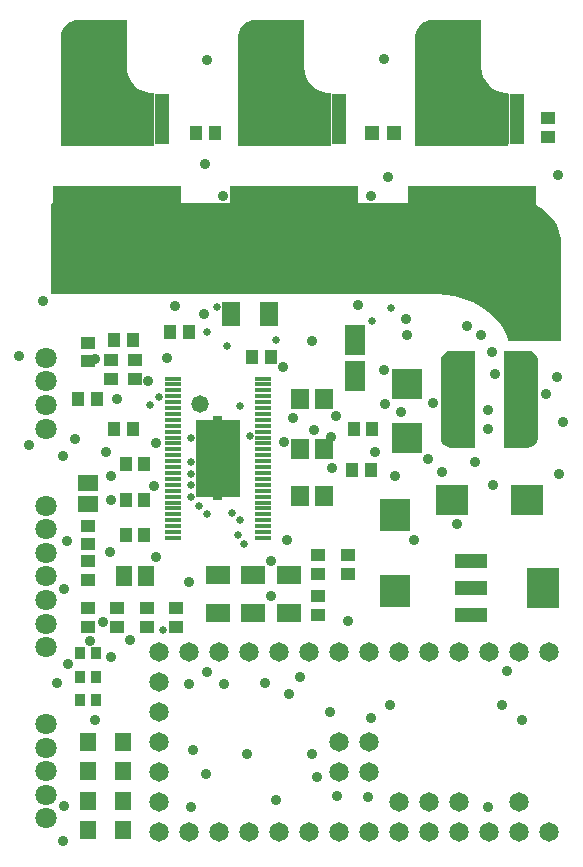
<source format=gts>
G04 Layer_Color=8388736*
%FSAX44Y44*%
%MOMM*%
G71*
G01*
G75*
%ADD43R,1.1516X4.2516*%
%ADD44R,10.8032X9.0032*%
%ADD45R,2.7032X1.2032*%
%ADD46R,2.7032X3.5032*%
%ADD47R,1.2032X1.1032*%
%ADD48R,1.3032X1.3032*%
%ADD49R,1.1032X1.2032*%
G04:AMPARAMS|DCode=50|XSize=2.9032mm|YSize=8.2032mm|CornerRadius=1.4516mm|HoleSize=0mm|Usage=FLASHONLY|Rotation=0.000|XOffset=0mm|YOffset=0mm|HoleType=Round|Shape=RoundedRectangle|*
%AMROUNDEDRECTD50*
21,1,2.9032,5.3000,0,0,0.0*
21,1,0.0000,8.2032,0,0,0.0*
1,1,2.9032,0.0000,-2.6500*
1,1,2.9032,0.0000,-2.6500*
1,1,2.9032,0.0000,2.6500*
1,1,2.9032,0.0000,2.6500*
%
%ADD50ROUNDEDRECTD50*%
%ADD51R,1.4224X1.6256*%
%ADD52R,1.7532X2.6032*%
%ADD53R,2.5032X2.5032*%
%ADD54R,0.9032X1.1032*%
%ADD55R,2.8032X2.6032*%
%ADD56R,1.3532X1.6532*%
%ADD57R,1.6532X1.3532*%
%ADD58R,2.1032X1.5532*%
%ADD59R,1.5532X1.7532*%
%ADD60R,2.6032X2.8032*%
%ADD61R,1.5532X2.1032*%
%ADD62R,1.3716X0.4064*%
%ADD63C,1.6510*%
%ADD64C,1.8034*%
%ADD65C,0.9144*%
%ADD66C,0.6604*%
%ADD67C,1.4732*%
%ADD68C,0.7112*%
G36*
X00784000Y00852385D02*
X00798685D01*
Y00849559D01*
Y00845559D01*
Y00841685D01*
Y00837685D01*
Y00833811D01*
Y00829811D01*
Y00825937D01*
Y00821937D01*
Y00818063D01*
Y00814063D01*
Y00810189D01*
Y00806189D01*
Y00802315D01*
Y00798315D01*
Y00794441D01*
Y00787615D01*
X00784000D01*
Y00784450D01*
X00776000D01*
Y00787615D01*
X00761315D01*
Y00794441D01*
Y00798315D01*
Y00802315D01*
Y00806189D01*
Y00810189D01*
Y00814063D01*
Y00818063D01*
Y00821937D01*
Y00825937D01*
Y00829811D01*
Y00833811D01*
Y00837685D01*
Y00841685D01*
Y00845559D01*
Y00849559D01*
Y00852385D01*
X00776000D01*
Y00855550D01*
X00784000D01*
Y00852385D01*
D02*
G37*
%LPC*%
G36*
X00785937Y00810189D02*
X00781937D01*
Y00806189D01*
X00785937D01*
Y00810189D01*
D02*
G37*
G36*
X00778063D02*
X00774063D01*
Y00806189D01*
X00778063D01*
Y00810189D01*
D02*
G37*
G36*
X00770189D02*
X00766189D01*
Y00806189D01*
X00770189D01*
Y00810189D01*
D02*
G37*
G36*
X00793811D02*
X00789811D01*
Y00806189D01*
X00793811D01*
Y00810189D01*
D02*
G37*
G36*
X00785937Y00818063D02*
X00781937D01*
Y00814063D01*
X00785937D01*
Y00818063D01*
D02*
G37*
G36*
X00778063D02*
X00774063D01*
Y00814063D01*
X00778063D01*
Y00818063D01*
D02*
G37*
G36*
X00770189D02*
X00766189D01*
Y00814063D01*
X00770189D01*
Y00818063D01*
D02*
G37*
G36*
X00793811Y00802315D02*
X00789811D01*
Y00798315D01*
X00793811D01*
Y00802315D01*
D02*
G37*
G36*
X00785937Y00794441D02*
X00781937D01*
Y00790441D01*
X00785937D01*
Y00794441D01*
D02*
G37*
G36*
X00778063D02*
X00774063D01*
Y00790441D01*
X00778063D01*
Y00794441D01*
D02*
G37*
G36*
X00770189D02*
X00766189D01*
Y00790441D01*
X00770189D01*
Y00794441D01*
D02*
G37*
G36*
X00793811D02*
X00789811D01*
Y00790441D01*
X00793811D01*
Y00794441D01*
D02*
G37*
G36*
X00785937Y00802315D02*
X00781937D01*
Y00798315D01*
X00785937D01*
Y00802315D01*
D02*
G37*
G36*
X00778063D02*
X00774063D01*
Y00798315D01*
X00778063D01*
Y00802315D01*
D02*
G37*
G36*
X00770189D02*
X00766189D01*
Y00798315D01*
X00770189D01*
Y00802315D01*
D02*
G37*
G36*
X00793811Y00818063D02*
X00789811D01*
Y00814063D01*
X00793811D01*
Y00818063D01*
D02*
G37*
G36*
X00785937Y00841685D02*
X00781937D01*
Y00837685D01*
X00785937D01*
Y00841685D01*
D02*
G37*
G36*
X00793811D02*
X00789811D01*
Y00837685D01*
X00793811D01*
Y00841685D01*
D02*
G37*
G36*
X00770189D02*
X00766189D01*
Y00837685D01*
X00770189D01*
Y00841685D01*
D02*
G37*
G36*
X00778063D02*
X00774063D01*
Y00837685D01*
X00778063D01*
Y00841685D01*
D02*
G37*
G36*
X00785937Y00849559D02*
X00781937D01*
Y00845559D01*
X00785937D01*
Y00849559D01*
D02*
G37*
G36*
X00793811D02*
X00789811D01*
Y00845559D01*
X00793811D01*
Y00849559D01*
D02*
G37*
G36*
X00770189D02*
X00766189D01*
Y00845559D01*
X00770189D01*
Y00849559D01*
D02*
G37*
G36*
X00778063D02*
X00774063D01*
Y00845559D01*
X00778063D01*
Y00849559D01*
D02*
G37*
G36*
X00785937Y00825937D02*
X00781937D01*
Y00821937D01*
X00785937D01*
Y00825937D01*
D02*
G37*
G36*
X00793811D02*
X00789811D01*
Y00821937D01*
X00793811D01*
Y00825937D01*
D02*
G37*
G36*
X00770189D02*
X00766189D01*
Y00821937D01*
X00770189D01*
Y00825937D01*
D02*
G37*
G36*
X00778063D02*
X00774063D01*
Y00821937D01*
X00778063D01*
Y00825937D01*
D02*
G37*
G36*
X00785937Y00833811D02*
X00781937D01*
Y00829811D01*
X00785937D01*
Y00833811D01*
D02*
G37*
G36*
X00793811D02*
X00789811D01*
Y00829811D01*
X00793811D01*
Y00833811D01*
D02*
G37*
G36*
X00770189D02*
X00766189D01*
Y00829811D01*
X00770189D01*
Y00833811D01*
D02*
G37*
G36*
X00778063D02*
X00774063D01*
Y00829811D01*
X00778063D01*
Y00833811D01*
D02*
G37*
%LPD*%
G36*
X01045035Y01036015D02*
X01045070Y01036015D01*
X01045101Y01036011D01*
X01045133Y01036009D01*
X01045167Y01036002D01*
X01045201Y01035998D01*
X01045232Y01035989D01*
X01045263Y01035983D01*
X01045296Y01035972D01*
X01045330Y01035963D01*
X01047943Y01035067D01*
X01047968Y01035056D01*
X01047994Y01035048D01*
X01048029Y01035031D01*
X01048065Y01035016D01*
X01048089Y01035002D01*
X01048114Y01034990D01*
X01055317Y01030912D01*
X01055343Y01030895D01*
X01055370Y01030880D01*
X01055399Y01030858D01*
X01055428Y01030839D01*
X01055452Y01030818D01*
X01055477Y01030800D01*
X01059905Y01027018D01*
X01059915Y01027008D01*
X01059925Y01027000D01*
X01059962Y01026962D01*
X01060001Y01026925D01*
X01060009Y01026914D01*
X01060018Y01026905D01*
X01063800Y01022476D01*
X01063808Y01022465D01*
X01063818Y01022456D01*
X01063848Y01022412D01*
X01063880Y01022370D01*
X01063887Y01022358D01*
X01063894Y01022347D01*
X01066937Y01017381D01*
X01066943Y01017370D01*
X01066951Y01017358D01*
X01066975Y01017310D01*
X01066999Y01017263D01*
X01067004Y01017251D01*
X01067010Y01017239D01*
X01069239Y01011858D01*
X01069243Y01011846D01*
X01069248Y01011834D01*
X01069264Y01011783D01*
X01069281Y01011732D01*
X01069284Y01011719D01*
X01069288Y01011706D01*
X01070647Y01006044D01*
X01070650Y01006031D01*
X01070653Y01006018D01*
X01070661Y01005965D01*
X01070670Y01005912D01*
X01070670Y01005899D01*
X01070672Y01005886D01*
X01071015Y01001534D01*
X01071015Y01001494D01*
X01071018Y01001454D01*
Y01000000D01*
X01071018Y01000000D01*
X01071018Y00920000D01*
X01071009Y00919867D01*
X01070983Y00919736D01*
X01070941Y00919610D01*
X01070882Y00919491D01*
X01070808Y00919380D01*
X01070720Y00919280D01*
X01070620Y00919192D01*
X01070509Y00919118D01*
X01070390Y00919059D01*
X01070264Y00919016D01*
X01070133Y00918990D01*
X01070000Y00918982D01*
X01026782D01*
X01026778Y00918982D01*
X01026775Y00918982D01*
X01026711Y00918987D01*
X01026649Y00918990D01*
X01026646Y00918991D01*
X01026642Y00918991D01*
X01026579Y00919005D01*
X01026518Y00919016D01*
X01026515Y00919018D01*
X01026512Y00919018D01*
X01026453Y00919038D01*
X01026392Y00919059D01*
X01026389Y00919061D01*
X01026386Y00919062D01*
X01026331Y00919090D01*
X01026273Y00919118D01*
X01026270Y00919120D01*
X01026267Y00919122D01*
X01026214Y00919158D01*
X01026162Y00919192D01*
X01026160Y00919194D01*
X01026157Y00919196D01*
X01026109Y00919239D01*
X01026062Y00919280D01*
X01026060Y00919283D01*
X01026057Y00919285D01*
X01026016Y00919332D01*
X01025974Y00919380D01*
X01025972Y00919383D01*
X01025970Y00919386D01*
X01025935Y00919440D01*
X01025900Y00919491D01*
X01025899Y00919494D01*
X01025897Y00919497D01*
X01025869Y00919554D01*
X01025841Y00919610D01*
X01025840Y00919614D01*
X01025839Y00919617D01*
X01025819Y00919676D01*
X01025798Y00919736D01*
X01025798Y00919740D01*
X01025797Y00919743D01*
X01025438Y00921121D01*
X01024067Y00925175D01*
X01021669Y00930037D01*
X01018659Y00934542D01*
X01015458Y00938158D01*
X01014298Y00939263D01*
X01014298Y00939263D01*
D01*
X01011716Y00941722D01*
X01003081Y00948126D01*
X00996064Y00952004D01*
X00988647Y00955076D01*
X00980933Y00957299D01*
X00973018Y00958644D01*
X00967006Y00958981D01*
X00965000Y00958981D01*
X00965000D01*
X00965000D01*
X00640000Y00958982D01*
X00639867Y00958990D01*
X00639737Y00959016D01*
X00639610Y00959059D01*
X00639491Y00959118D01*
X00639380Y00959192D01*
X00639280Y00959280D01*
X00639192Y00959380D01*
X00639118Y00959491D01*
X00639059Y00959610D01*
X00639016Y00959736D01*
X00638991Y00959867D01*
X00638982Y00960000D01*
Y01034270D01*
Y01034415D01*
D01*
Y01034415D01*
X00638991Y01034548D01*
X00639016Y01034679D01*
X00639031Y01034721D01*
X00639059Y01034805D01*
X00639059Y01034805D01*
X00639230Y01035218D01*
X00639230Y01035218D01*
X00639289Y01035337D01*
D01*
X00639290Y01035338D01*
X00639363Y01035448D01*
X00639439Y01035534D01*
X00639451Y01035548D01*
X00639451D01*
Y01035548D01*
X00639465Y01035561D01*
X00639551Y01035636D01*
X00639662Y01035710D01*
X00639662Y01035710D01*
D01*
X00639782Y01035769D01*
X00639782Y01035769D01*
X00640195Y01035940D01*
X00640195Y01035940D01*
X00640278Y01035968D01*
X00640321Y01035983D01*
X00640452Y01036009D01*
X00640584Y01036018D01*
X00640584D01*
D01*
X01045000D01*
X01045035Y01036015D01*
D02*
G37*
G36*
X00997133Y00911010D02*
X00997263Y00910984D01*
X00997390Y00910941D01*
X00997509Y00910882D01*
X00997620Y00910808D01*
X00997720Y00910720D01*
X00997808Y00910620D01*
X00997882Y00910509D01*
X00997941Y00910390D01*
X00997983Y00910264D01*
X00998009Y00910133D01*
X00998018Y00910000D01*
Y00830000D01*
X00998009Y00829867D01*
X00997983Y00829736D01*
X00997941Y00829610D01*
X00997882Y00829491D01*
X00997808Y00829380D01*
X00997720Y00829280D01*
X00997620Y00829192D01*
X00997509Y00829118D01*
X00997390Y00829059D01*
X00997263Y00829016D01*
X00997133Y00828990D01*
X00997000Y00828982D01*
X00977008D01*
X00976876Y00828990D01*
X00975409Y00829184D01*
X00975279Y00829210D01*
X00975153Y00829252D01*
X00973328Y00830008D01*
X00973208Y00830067D01*
X00973098Y00830141D01*
X00971531Y00831343D01*
X00971431Y00831431D01*
Y00831431D01*
X00971431D01*
X00971343Y00831531D01*
X00970141Y00833098D01*
X00970067Y00833209D01*
X00970037Y00833269D01*
X00970008Y00833328D01*
X00969252Y00835152D01*
X00969252Y00835153D01*
X00969224Y00835236D01*
X00969210Y00835279D01*
X00969184Y00835409D01*
Y00835409D01*
X00968990Y00836876D01*
X00968982Y00837008D01*
Y00837500D01*
Y00902500D01*
Y00902992D01*
X00968990Y00903124D01*
X00969184Y00904591D01*
X00969210Y00904722D01*
X00969252Y00904848D01*
X00970008Y00906672D01*
X00970067Y00906792D01*
X00970141Y00906902D01*
X00971343Y00908469D01*
X00971431Y00908569D01*
X00971531Y00908657D01*
X00971531Y00908657D01*
X00973098Y00909859D01*
X00973153Y00909896D01*
X00973208Y00909933D01*
X00973328Y00909992D01*
X00975152Y00910748D01*
X00975278Y00910790D01*
X00975409Y00910816D01*
X00976876Y00911010D01*
X00977008Y00911018D01*
X00977008D01*
X00977009D01*
X00977500Y00911018D01*
X00977500Y00911018D01*
X00997000D01*
X00997133Y00911010D01*
D02*
G37*
G36*
X01043124D02*
X01044591Y00910816D01*
X01044721Y00910790D01*
X01044847Y00910748D01*
X01046672Y00909992D01*
X01046792Y00909933D01*
X01046847Y00909896D01*
X01046902Y00909859D01*
X01048469Y00908657D01*
X01048569Y00908569D01*
X01048657Y00908469D01*
X01049859Y00906902D01*
X01049933Y00906792D01*
X01049992Y00906672D01*
X01050748Y00904847D01*
X01050790Y00904721D01*
X01050816Y00904591D01*
X01051010Y00903124D01*
X01051018Y00902992D01*
Y00902500D01*
Y00837500D01*
Y00837008D01*
X01051010Y00836876D01*
X01050816Y00835409D01*
Y00835409D01*
X01050790Y00835279D01*
X01050776Y00835236D01*
X01050748Y00835153D01*
X01050748Y00835152D01*
X01049992Y00833328D01*
X01049963Y00833269D01*
X01049933Y00833209D01*
X01049859Y00833098D01*
X01048657Y00831531D01*
X01048569Y00831431D01*
X01048569D01*
Y00831431D01*
X01048469Y00831343D01*
X01046902Y00830141D01*
X01046792Y00830067D01*
X01046672Y00830008D01*
X01044847Y00829252D01*
X01044721Y00829210D01*
X01044591Y00829184D01*
X01043124Y00828990D01*
X01042992Y00828982D01*
X01023000D01*
X01022867Y00828990D01*
X01022737Y00829016D01*
X01022610Y00829059D01*
X01022491Y00829118D01*
X01022380Y00829192D01*
X01022280Y00829280D01*
X01022192Y00829380D01*
X01022118Y00829491D01*
X01022059Y00829610D01*
X01022017Y00829736D01*
X01021991Y00829867D01*
X01021982Y00830000D01*
Y00910000D01*
X01021991Y00910133D01*
X01022017Y00910264D01*
X01022059Y00910390D01*
X01022118Y00910509D01*
X01022192Y00910620D01*
X01022280Y00910720D01*
X01022380Y00910808D01*
X01022491Y00910882D01*
X01022610Y00910941D01*
X01022737Y00910984D01*
X01022867Y00911010D01*
X01023000Y00911018D01*
X01042992D01*
X01043124Y00911010D01*
D02*
G37*
G36*
X01002317Y01191010D02*
X01002447Y01190984D01*
X01002573Y01190941D01*
X01002693Y01190882D01*
X01002804Y01190808D01*
X01002904Y01190720D01*
X01002991Y01190620D01*
X01003065Y01190509D01*
X01003124Y01190390D01*
X01003167Y01190264D01*
X01003193Y01190133D01*
X01003202Y01190000D01*
Y01151252D01*
Y01150181D01*
X01003517Y01146979D01*
X01004764Y01142870D01*
X01006788Y01139083D01*
X01009512Y01135764D01*
X01012831Y01133040D01*
X01016596Y01131028D01*
X01022878Y01129454D01*
X01025000D01*
X01025133Y01129445D01*
X01025264Y01129419D01*
X01025390Y01129376D01*
X01025509Y01129317D01*
X01025620Y01129243D01*
X01025720Y01129156D01*
X01025808Y01129055D01*
X01025882Y01128945D01*
X01025941Y01128825D01*
X01025984Y01128699D01*
X01026010Y01128569D01*
X01026018Y01128436D01*
Y01085000D01*
X01026010Y01084867D01*
X01025984Y01084736D01*
X01025941Y01084610D01*
X01025882Y01084491D01*
X01025808Y01084380D01*
X01025720Y01084280D01*
X01025620Y01084192D01*
X01025509Y01084118D01*
X01025390Y01084059D01*
X01025264Y01084016D01*
X01025133Y01083990D01*
X01025000Y01083982D01*
X00948303D01*
X00948170Y01083990D01*
X00948039Y01084016D01*
X00947913Y01084059D01*
X00947794Y01084118D01*
X00947683Y01084192D01*
X00947583Y01084280D01*
X00947495Y01084380D01*
X00947421Y01084491D01*
X00947362Y01084610D01*
X00947319Y01084736D01*
X00947293Y01084867D01*
X00947285Y01085000D01*
Y01176232D01*
Y01177134D01*
X00947293Y01177267D01*
X00947648Y01179959D01*
X00947674Y01180090D01*
X00947717Y01180216D01*
X00949104Y01183565D01*
X00949163Y01183684D01*
X00949187Y01183721D01*
X00949237Y01183795D01*
X00951444Y01186671D01*
X00951532Y01186771D01*
X00951632Y01186859D01*
X00954508Y01189066D01*
X00954619Y01189140D01*
X00954738Y01189199D01*
X00958087Y01190586D01*
X00958087Y01190586D01*
X00958170Y01190615D01*
X00958213Y01190629D01*
X00958344Y01190655D01*
X00958344D01*
X00961036Y01191010D01*
X00961169Y01191018D01*
X00961169D01*
D01*
X01002184D01*
X01002317Y01191010D01*
D02*
G37*
G36*
X00852317D02*
X00852447Y01190984D01*
X00852573Y01190941D01*
X00852693Y01190882D01*
X00852804Y01190808D01*
X00852904Y01190720D01*
X00852991Y01190620D01*
X00853065Y01190509D01*
X00853124Y01190390D01*
X00853167Y01190264D01*
X00853193Y01190133D01*
X00853202Y01190000D01*
Y01151252D01*
Y01150181D01*
X00853517Y01146979D01*
X00854764Y01142870D01*
X00856788Y01139083D01*
X00859512Y01135764D01*
X00862831Y01133040D01*
X00866596Y01131028D01*
X00872878Y01129454D01*
X00875000D01*
X00875133Y01129445D01*
X00875264Y01129419D01*
X00875390Y01129376D01*
X00875509Y01129317D01*
X00875620Y01129243D01*
X00875720Y01129156D01*
X00875808Y01129055D01*
X00875882Y01128945D01*
X00875941Y01128825D01*
X00875984Y01128699D01*
X00876010Y01128569D01*
X00876018Y01128436D01*
Y01085000D01*
X00876010Y01084867D01*
X00875984Y01084736D01*
X00875941Y01084610D01*
X00875882Y01084491D01*
X00875808Y01084380D01*
X00875720Y01084280D01*
X00875620Y01084192D01*
X00875509Y01084118D01*
X00875390Y01084059D01*
X00875264Y01084016D01*
X00875133Y01083990D01*
X00875000Y01083982D01*
X00798303D01*
X00798170Y01083990D01*
X00798039Y01084016D01*
X00797913Y01084059D01*
X00797794Y01084118D01*
X00797683Y01084192D01*
X00797583Y01084280D01*
X00797495Y01084380D01*
X00797421Y01084491D01*
X00797362Y01084610D01*
X00797319Y01084736D01*
X00797293Y01084867D01*
X00797285Y01085000D01*
Y01176232D01*
Y01177134D01*
X00797293Y01177267D01*
X00797648Y01179959D01*
X00797674Y01180090D01*
X00797717Y01180216D01*
X00799104Y01183565D01*
X00799163Y01183684D01*
X00799187Y01183721D01*
X00799237Y01183795D01*
X00801444Y01186671D01*
X00801532Y01186771D01*
X00801632Y01186859D01*
X00804508Y01189066D01*
X00804619Y01189140D01*
X00804738Y01189199D01*
X00808087Y01190586D01*
X00808087Y01190586D01*
X00808170Y01190615D01*
X00808213Y01190629D01*
X00808344Y01190655D01*
X00808344D01*
X00811036Y01191010D01*
X00811169Y01191018D01*
X00811169D01*
D01*
X00852184D01*
X00852317Y01191010D01*
D02*
G37*
G36*
X00702317D02*
X00702447Y01190984D01*
X00702573Y01190941D01*
X00702693Y01190882D01*
X00702804Y01190808D01*
X00702904Y01190720D01*
X00702991Y01190620D01*
X00703065Y01190509D01*
X00703124Y01190390D01*
X00703167Y01190264D01*
X00703193Y01190133D01*
X00703202Y01190000D01*
Y01151252D01*
Y01150181D01*
X00703517Y01146979D01*
X00704764Y01142870D01*
X00706788Y01139083D01*
X00709512Y01135764D01*
X00712831Y01133040D01*
X00716596Y01131028D01*
X00722878Y01129454D01*
X00725000D01*
X00725133Y01129445D01*
X00725264Y01129419D01*
X00725390Y01129376D01*
X00725509Y01129317D01*
X00725620Y01129243D01*
X00725720Y01129156D01*
X00725808Y01129055D01*
X00725882Y01128945D01*
X00725941Y01128825D01*
X00725984Y01128699D01*
X00726010Y01128569D01*
X00726018Y01128436D01*
Y01085000D01*
X00726010Y01084867D01*
X00725984Y01084736D01*
X00725941Y01084610D01*
X00725882Y01084491D01*
X00725808Y01084380D01*
X00725720Y01084280D01*
X00725620Y01084192D01*
X00725509Y01084118D01*
X00725390Y01084059D01*
X00725264Y01084016D01*
X00725133Y01083990D01*
X00725000Y01083982D01*
X00648303D01*
X00648170Y01083990D01*
X00648039Y01084016D01*
X00647913Y01084059D01*
X00647794Y01084118D01*
X00647683Y01084192D01*
X00647583Y01084280D01*
X00647495Y01084380D01*
X00647421Y01084491D01*
X00647362Y01084610D01*
X00647319Y01084736D01*
X00647293Y01084867D01*
X00647285Y01085000D01*
Y01176232D01*
Y01177134D01*
X00647293Y01177267D01*
X00647648Y01179959D01*
X00647674Y01180090D01*
X00647717Y01180216D01*
X00649104Y01183565D01*
X00649163Y01183684D01*
X00649187Y01183721D01*
X00649237Y01183795D01*
X00651444Y01186671D01*
X00651532Y01186771D01*
X00651632Y01186859D01*
X00654508Y01189066D01*
X00654619Y01189140D01*
X00654738Y01189199D01*
X00658087Y01190586D01*
X00658087Y01190586D01*
X00658170Y01190615D01*
X00658213Y01190629D01*
X00658344Y01190655D01*
X00658344D01*
X00661036Y01191010D01*
X00661169Y01191018D01*
X00661169D01*
D01*
X00702184D01*
X00702317Y01191010D01*
D02*
G37*
D43*
X01033100Y01107500D02*
D03*
X01020400D02*
D03*
X01007700D02*
D03*
X00982300D02*
D03*
X00969600D02*
D03*
X00956900D02*
D03*
X00883100Y01107500D02*
D03*
X00870400D02*
D03*
X00857700D02*
D03*
X00832300D02*
D03*
X00819600D02*
D03*
X00806900D02*
D03*
X00733100D02*
D03*
X00720400D02*
D03*
X00707700D02*
D03*
X00682300D02*
D03*
X00669600D02*
D03*
X00656900D02*
D03*
D44*
X00995000Y01005500D02*
D03*
X00845000Y01005500D02*
D03*
X00695000D02*
D03*
D45*
X00994500Y00687000D02*
D03*
Y00733000D02*
D03*
Y00710000D02*
D03*
D46*
X01055500D02*
D03*
D47*
X00745000Y00677000D02*
D03*
Y00693000D02*
D03*
X00720000Y00677000D02*
D03*
Y00693000D02*
D03*
X00695000Y00677000D02*
D03*
Y00693000D02*
D03*
X00670000Y00677000D02*
D03*
Y00693000D02*
D03*
X01060000Y01108000D02*
D03*
Y01092000D02*
D03*
X00670000Y00717000D02*
D03*
Y00733000D02*
D03*
X00670000Y00747000D02*
D03*
Y00763000D02*
D03*
X00710000Y00887000D02*
D03*
Y00903000D02*
D03*
X00690000Y00887000D02*
D03*
Y00903000D02*
D03*
X00865000Y00703000D02*
D03*
Y00687000D02*
D03*
X00670000Y00918000D02*
D03*
Y00902000D02*
D03*
X00865000Y00722000D02*
D03*
Y00738000D02*
D03*
X00890000Y00722000D02*
D03*
Y00738000D02*
D03*
D48*
X00911000Y01095000D02*
D03*
X00929000D02*
D03*
D49*
X00762000Y01095000D02*
D03*
X00778000D02*
D03*
X00692000Y00845000D02*
D03*
X00708000D02*
D03*
X00662000Y00870000D02*
D03*
X00678000D02*
D03*
X00756000Y00927000D02*
D03*
X00740000D02*
D03*
X00894000Y00810000D02*
D03*
X00910000D02*
D03*
X00718000Y00755000D02*
D03*
X00702000D02*
D03*
X00718000Y00785000D02*
D03*
X00702000D02*
D03*
X00718000Y00815000D02*
D03*
X00702000D02*
D03*
X00708000Y00920000D02*
D03*
X00692000D02*
D03*
X00809000Y00906000D02*
D03*
X00825000D02*
D03*
X00911000Y00845000D02*
D03*
X00895000D02*
D03*
D50*
X01036500Y00870000D02*
D03*
X00983500D02*
D03*
D51*
X00700000Y00505000D02*
D03*
X00669760D02*
D03*
X00700000Y00530000D02*
D03*
X00669760D02*
D03*
X00700000Y00555000D02*
D03*
X00669760D02*
D03*
X00700000Y00580000D02*
D03*
X00669760D02*
D03*
D52*
X00896000Y00889750D02*
D03*
Y00920250D02*
D03*
D53*
X00940000Y00837500D02*
D03*
Y00882500D02*
D03*
D54*
X00677000Y00615000D02*
D03*
X00663000D02*
D03*
X00677000Y00635000D02*
D03*
X00663000D02*
D03*
X00677000Y00655000D02*
D03*
X00663000D02*
D03*
D55*
X01042020Y00784930D02*
D03*
X00978020D02*
D03*
D56*
X00701000Y00720000D02*
D03*
X00719000D02*
D03*
D57*
X00670000Y00799000D02*
D03*
Y00781000D02*
D03*
D58*
X00780000Y00721000D02*
D03*
Y00689000D02*
D03*
X00810000Y00721000D02*
D03*
Y00689000D02*
D03*
X00840000Y00721000D02*
D03*
Y00689000D02*
D03*
D59*
X00870000Y00787710D02*
D03*
X00850000D02*
D03*
X00850000Y00828000D02*
D03*
X00870000D02*
D03*
X00850000Y00870000D02*
D03*
X00870000D02*
D03*
D60*
X00929930Y00707980D02*
D03*
Y00771980D02*
D03*
D61*
X00823000Y00942000D02*
D03*
X00791000D02*
D03*
D62*
X00741773Y00887500D02*
D03*
Y00882500D02*
D03*
Y00877500D02*
D03*
Y00872500D02*
D03*
Y00867500D02*
D03*
Y00862500D02*
D03*
Y00857500D02*
D03*
Y00852500D02*
D03*
Y00847500D02*
D03*
Y00842500D02*
D03*
Y00837500D02*
D03*
Y00832500D02*
D03*
Y00827500D02*
D03*
Y00822500D02*
D03*
Y00817500D02*
D03*
Y00812500D02*
D03*
Y00807500D02*
D03*
Y00802500D02*
D03*
Y00797500D02*
D03*
Y00792500D02*
D03*
Y00787500D02*
D03*
Y00782500D02*
D03*
Y00777500D02*
D03*
Y00772500D02*
D03*
Y00767500D02*
D03*
Y00762500D02*
D03*
Y00757500D02*
D03*
Y00752500D02*
D03*
X00818227D02*
D03*
Y00757500D02*
D03*
Y00762500D02*
D03*
Y00767500D02*
D03*
Y00772500D02*
D03*
Y00777500D02*
D03*
Y00782500D02*
D03*
Y00787500D02*
D03*
Y00792500D02*
D03*
Y00797500D02*
D03*
Y00802500D02*
D03*
Y00807500D02*
D03*
Y00812500D02*
D03*
Y00817500D02*
D03*
Y00822500D02*
D03*
Y00827500D02*
D03*
Y00832500D02*
D03*
Y00837500D02*
D03*
Y00842500D02*
D03*
Y00847500D02*
D03*
Y00852500D02*
D03*
Y00857500D02*
D03*
Y00862500D02*
D03*
Y00867500D02*
D03*
Y00872500D02*
D03*
Y00877500D02*
D03*
Y00882500D02*
D03*
Y00887500D02*
D03*
D63*
X00729900Y00554600D02*
D03*
X01060100Y00503800D02*
D03*
X00729900Y00529200D02*
D03*
X00907700Y00580000D02*
D03*
X00882300D02*
D03*
X00907700Y00554600D02*
D03*
X00882300D02*
D03*
X00933100Y00529200D02*
D03*
X00958500D02*
D03*
X00983900D02*
D03*
X01034700D02*
D03*
Y00503800D02*
D03*
X01009300D02*
D03*
X00983900D02*
D03*
X00958500D02*
D03*
X00933100D02*
D03*
X00907700D02*
D03*
X00882300D02*
D03*
X00856900D02*
D03*
X00831500D02*
D03*
X00806100D02*
D03*
X00780700D02*
D03*
X00755300D02*
D03*
X00729900D02*
D03*
Y00580000D02*
D03*
Y00605400D02*
D03*
Y00630800D02*
D03*
Y00656200D02*
D03*
X00755300D02*
D03*
X00780700D02*
D03*
X00806100D02*
D03*
X00831500D02*
D03*
X00856900D02*
D03*
X00882300D02*
D03*
X00907700D02*
D03*
X00933100D02*
D03*
X00958500D02*
D03*
X00983900D02*
D03*
X01009300D02*
D03*
X01034700D02*
D03*
X01060100D02*
D03*
D64*
X00635000Y00905066D02*
D03*
Y00885000D02*
D03*
Y00865000D02*
D03*
Y00845000D02*
D03*
Y00660000D02*
D03*
Y00680000D02*
D03*
Y00700000D02*
D03*
Y00780000D02*
D03*
Y00720066D02*
D03*
Y00740132D02*
D03*
Y00760000D02*
D03*
Y00535000D02*
D03*
Y00575066D02*
D03*
Y00595132D02*
D03*
Y00515000D02*
D03*
Y00555000D02*
D03*
D65*
X00727999Y00832999D02*
D03*
X00721000Y00885000D02*
D03*
X00676000Y00904000D02*
D03*
X00649000Y00822000D02*
D03*
X00726447Y00796447D02*
D03*
X00652999Y00645999D02*
D03*
X00695000Y00870000D02*
D03*
X00990998Y00931998D02*
D03*
X00757000Y00525000D02*
D03*
X00770999Y00638999D02*
D03*
X00785000Y00629000D02*
D03*
X00755999Y00628999D02*
D03*
X00769998Y00552999D02*
D03*
X00759000Y00573000D02*
D03*
X00755999Y00714999D02*
D03*
X00825000Y00733000D02*
D03*
X00876998Y00811998D02*
D03*
X01011998Y00909998D02*
D03*
X01014998Y00890998D02*
D03*
X01002804Y00924430D02*
D03*
X00939850Y00923987D02*
D03*
X00899000Y00950000D02*
D03*
X00939000Y00938000D02*
D03*
X01021000Y00611000D02*
D03*
X01038000Y00598000D02*
D03*
X01009000Y00525000D02*
D03*
X00840000Y00620000D02*
D03*
X00820000Y00630000D02*
D03*
X00875000Y00605000D02*
D03*
X00825000Y00703000D02*
D03*
X00921000Y00895000D02*
D03*
X00921998Y00865998D02*
D03*
X00958000Y00819000D02*
D03*
X00983000Y00764000D02*
D03*
X00946000Y00751000D02*
D03*
X01069000Y00807000D02*
D03*
X00921000Y01158000D02*
D03*
X00771000Y01157000D02*
D03*
X00612000Y00907000D02*
D03*
X01068000Y01060000D02*
D03*
X00632000Y00953000D02*
D03*
X00737000Y00905000D02*
D03*
X00620315Y00831400D02*
D03*
X00839000Y00751000D02*
D03*
X00689999Y00651999D02*
D03*
X00671999Y00664999D02*
D03*
X00676000Y00598000D02*
D03*
X00643999Y00629999D02*
D03*
X00649000Y00496000D02*
D03*
X00649999Y00525999D02*
D03*
X00651999Y00749998D02*
D03*
X00649999Y00708999D02*
D03*
X00682650Y00681731D02*
D03*
X00907235Y00533517D02*
D03*
X00863998Y00549999D02*
D03*
X00881000Y00534000D02*
D03*
X00829000Y00531000D02*
D03*
X00860000Y00570000D02*
D03*
X00689000Y00741000D02*
D03*
X00727460Y00736540D02*
D03*
X01057998Y00873998D02*
D03*
X01072000Y00851000D02*
D03*
X01009000Y00845000D02*
D03*
X01067000Y00889000D02*
D03*
X01013000Y00797000D02*
D03*
X00998000Y00817000D02*
D03*
X00969998Y00807998D02*
D03*
X00861905Y00843905D02*
D03*
X00923998Y01057998D02*
D03*
X00962000Y00867000D02*
D03*
X00875998Y00837998D02*
D03*
X00705999Y00665999D02*
D03*
X00880000Y00856000D02*
D03*
X00835900Y00833409D02*
D03*
X00935000Y00859000D02*
D03*
X00658902Y00836098D02*
D03*
X00689999Y00804998D02*
D03*
X00685000Y00825000D02*
D03*
X00689999Y00784998D02*
D03*
X01045000Y00930000D02*
D03*
X01030000Y00945000D02*
D03*
Y00930000D02*
D03*
X01060000D02*
D03*
Y00945000D02*
D03*
X01045000D02*
D03*
X00655000Y01115000D02*
D03*
Y01100000D02*
D03*
X00670000Y01115000D02*
D03*
Y01100000D02*
D03*
X00685000D02*
D03*
Y01115000D02*
D03*
X00700000Y01100000D02*
D03*
Y01115000D02*
D03*
X00715000D02*
D03*
Y01100000D02*
D03*
X00865000D02*
D03*
Y01115000D02*
D03*
X00850000D02*
D03*
Y01100000D02*
D03*
X00835000Y01115000D02*
D03*
Y01100000D02*
D03*
X00820000D02*
D03*
Y01115000D02*
D03*
X00805000Y01100000D02*
D03*
Y01115000D02*
D03*
X01015000Y01100000D02*
D03*
Y01115000D02*
D03*
X01000000D02*
D03*
Y01100000D02*
D03*
X00985000Y01115000D02*
D03*
Y01100000D02*
D03*
X00970000D02*
D03*
Y01115000D02*
D03*
X00955000Y01100000D02*
D03*
Y01115000D02*
D03*
X00850000Y00635000D02*
D03*
X00909998Y00599999D02*
D03*
X01025000Y00640000D02*
D03*
X00890000Y00682160D02*
D03*
X00926000Y00611000D02*
D03*
X00805000Y00570000D02*
D03*
X01008998Y00860998D02*
D03*
X00913427Y00825570D02*
D03*
X00930000Y00805000D02*
D03*
X00784650Y01042349D02*
D03*
X00769000Y01069000D02*
D03*
X00767999Y00941998D02*
D03*
X00744000Y00949000D02*
D03*
X00843998Y00853998D02*
D03*
X00835000Y00897000D02*
D03*
X00909398Y01042398D02*
D03*
X00860000Y00919000D02*
D03*
D66*
X00730000Y00872000D02*
D03*
X00723000Y00864834D02*
D03*
X00798998Y00863998D02*
D03*
X00787998Y00914998D02*
D03*
X00734000Y00675000D02*
D03*
X00757000Y00797000D02*
D03*
X00764000Y00780000D02*
D03*
X00771000Y00773000D02*
D03*
X00757000Y00837000D02*
D03*
X00806998Y00838998D02*
D03*
X00796998Y00754998D02*
D03*
X00802000Y00747000D02*
D03*
X00757000Y00787000D02*
D03*
X00828998Y00919998D02*
D03*
X00911000Y00936000D02*
D03*
X00927000Y00947000D02*
D03*
X00757000Y00817000D02*
D03*
Y00807000D02*
D03*
X00798998Y00767999D02*
D03*
X00791998Y00773998D02*
D03*
X00778998Y00947998D02*
D03*
X00771004Y00927298D02*
D03*
D67*
X00765000Y00866000D02*
D03*
D68*
X00776063Y00847559D02*
D03*
X00768189D02*
D03*
X00783937D02*
D03*
X00768189Y00839685D02*
D03*
X00776063D02*
D03*
X00783937D02*
D03*
X00791811D02*
D03*
X00768189Y00831811D02*
D03*
X00776063D02*
D03*
X00783937D02*
D03*
X00791811D02*
D03*
X00768189Y00823937D02*
D03*
X00776063D02*
D03*
X00783937D02*
D03*
X00791811D02*
D03*
X00768189Y00816063D02*
D03*
X00776063D02*
D03*
X00783937D02*
D03*
X00791811D02*
D03*
X00768189Y00808189D02*
D03*
X00776063D02*
D03*
X00783937D02*
D03*
X00791811D02*
D03*
Y00800315D02*
D03*
X00783937D02*
D03*
X00776063D02*
D03*
X00768189D02*
D03*
Y00792441D02*
D03*
X00776063D02*
D03*
X00783937D02*
D03*
X00791811D02*
D03*
Y00847559D02*
D03*
M02*

</source>
